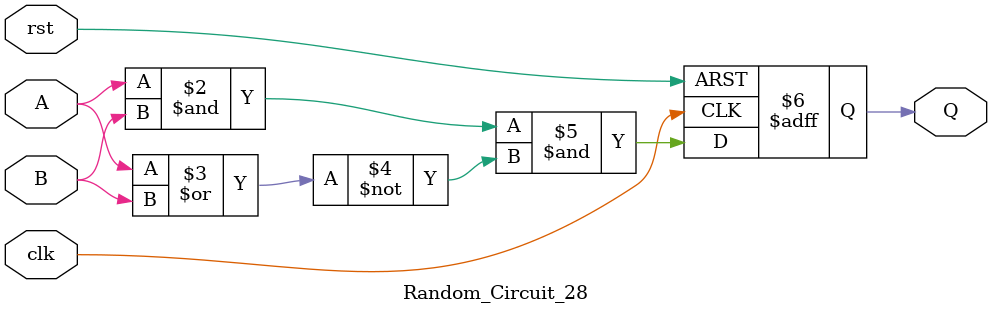
<source format=v>
module Random_Circuit_28 (
    input A, B, clk, rst,
    output reg Q
);
    always @(posedge clk or posedge rst) begin
        if (rst)
            Q <= 0;
        else
            Q <= (A & B) & ~(A | B);  // AND, NOR logic
    end
endmodule


</source>
